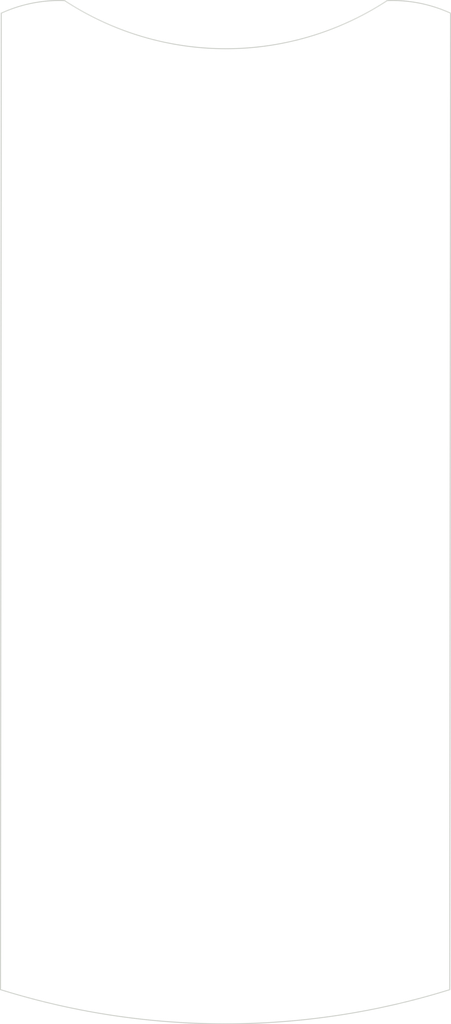
<source format=kicad_pcb>
(kicad_pcb (version 20241229) (generator "pcbnew") (generator_version "9.0")
  (layers (0 "F.Cu" signal) (2 "B.Cu" signal) (13 "F.Paste" user) (15 "B.Paste" user) (5 "F.SilkS" user "F.Silkscreen") (7 "B.SilkS" user "B.Silkscreen") (1 "F.Mask" user) (3 "B.Mask" user) (25 "Edge.Cuts" user))
  (net 0 "")
  (footprint "" (layer "F.Cu") (at 143.85625 90.674136)
    (property "Reference" "" (at 0 0 0) (layer "F.SilkS") (effects (font (size 1.27 1.27))))
    (property "Value" "")
    (pad "" np_thru_hole circle (at 0 0) (size 2.2 2.2) (drill 2.2) (layers "*.Cu" "*.Mask"))
  )
  (footprint "ScottoKeebs_Scotto:Standoff_M2x6mm" (layer "F.Cu") (at 143.85625 90.674136)
    (property "Reference" "REF**" (hide yes))
    (property "Value" "Standoff_M2x6mm" (hide yes))
    (pad "" np_thru_hole circle (at 0 0) (size 2.2 2.2) (drill 2.2) (layers "*.Cu" "*.Mask"))
  )
  (footprint "" (layer "F.Cu") (at 159.163777 90.674136)
    (property "Reference" "" (at 0 0 0) (layer "F.SilkS") (effects (font (size 1.27 1.27))))
    (property "Value" "")
    (pad "" np_thru_hole circle (at 0 0) (size 2.2 2.2) (drill 2.2) (layers "*.Cu" "*.Mask"))
  )
  (footprint "ScottoKeebs_Scotto:Standoff_M2x6mm" (layer "F.Cu") (at 159.163777 90.674136)
    (property "Reference" "REF**" (hide yes))
    (property "Value" "Standoff_M2x6mm" (hide yes))
    (pad "" np_thru_hole circle (at 0 0) (size 2.2 2.2) (drill 2.2) (layers "*.Cu" "*.Mask"))
  )
  (gr_arc (start 140.398873 81.882589) (mid 141.910007 81.394898) (end 143.492958 81.26987) (stroke (width 0.05)) (layer "Edge.Cuts"))
  (gr_line (start 140.3625 129.499998) (end 140.398873 81.882589) (stroke (width 0.05)) (layer "Edge.Cuts"))
  (gr_arc (start 162.3 129.5) (mid 151.33125 131.167886) (end 140.3625 129.5) (stroke (width 0.05)) (layer "Edge.Cuts"))
  (gr_line (start 162.299996 129.5) (end 162.336377 81.882587) (stroke (width 0.05)) (layer "Edge.Cuts"))
  (gr_arc (start 159.242292 81.269868) (mid 160.825243 81.394897) (end 162.336377 81.882587) (stroke (width 0.05)) (layer "Edge.Cuts"))
  (gr_arc (start 159.242728 81.269566) (mid 151.367872 83.616103) (end 143.492958 81.26976) (stroke (width 0.05)) (layer "Edge.Cuts"))
)
</source>
